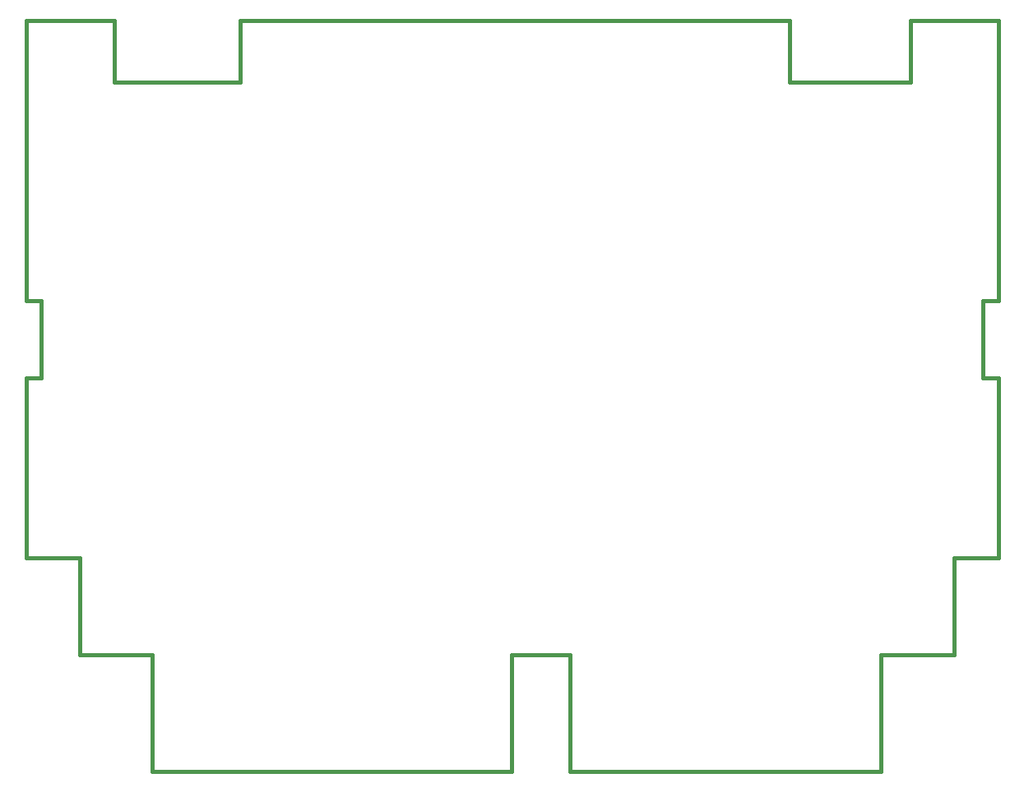
<source format=gbr>
G04 #@! TF.FileFunction,Other,User*
%FSLAX46Y46*%
G04 Gerber Fmt 4.6, Leading zero omitted, Abs format (unit mm)*
G04 Created by KiCad (PCBNEW 4.0.3-stable) date 08/31/18 19:04:58*
%MOMM*%
%LPD*%
G01*
G04 APERTURE LIST*
%ADD10C,0.152400*%
%ADD11C,0.381000*%
G04 APERTURE END LIST*
D10*
D11*
X126900000Y-80950000D02*
X126900000Y-109800000D01*
X26850000Y-80950000D02*
X26850000Y-109800000D01*
X105400000Y-87300000D02*
X117900000Y-87300000D01*
X105400000Y-80950000D02*
X48850000Y-80950000D01*
X48850000Y-87300000D02*
X35900000Y-87300000D01*
X126900000Y-136300000D02*
X126900000Y-117800000D01*
X117900000Y-80950000D02*
X126900000Y-80950000D01*
X117900000Y-87300000D02*
X117900000Y-80950000D01*
X105400000Y-80950000D02*
X105400000Y-87300000D01*
X48850000Y-87300000D02*
X48850000Y-80950000D01*
X35900000Y-80950000D02*
X35900000Y-87300000D01*
X26850000Y-80950000D02*
X35900000Y-80950000D01*
X125350000Y-109800000D02*
X126850000Y-109800000D01*
X125350000Y-117800000D02*
X125350000Y-109800000D01*
X126850000Y-117800000D02*
X125350000Y-117800000D01*
X122350000Y-136300000D02*
X126850000Y-136300000D01*
X122350000Y-146300000D02*
X122350000Y-136300000D01*
X114850000Y-146300000D02*
X122350000Y-146300000D01*
X114850000Y-158300000D02*
X114850000Y-146300000D01*
X82850000Y-158300000D02*
X114850000Y-158300000D01*
X82850000Y-146300000D02*
X82850000Y-158300000D01*
X76850000Y-146300000D02*
X82850000Y-146300000D01*
X76850000Y-158300000D02*
X76850000Y-146300000D01*
X39850000Y-158300000D02*
X76850000Y-158300000D01*
X39850000Y-146300000D02*
X39850000Y-158300000D01*
X32350000Y-146300000D02*
X39850000Y-146300000D01*
X32350000Y-136300000D02*
X32350000Y-146300000D01*
X26850000Y-136300000D02*
X32350000Y-136300000D01*
X26850000Y-117800000D02*
X26850000Y-136300000D01*
X28350000Y-117800000D02*
X26850000Y-117800000D01*
X28350000Y-109800000D02*
X28350000Y-117800000D01*
X26850000Y-109800000D02*
X28350000Y-109800000D01*
M02*

</source>
